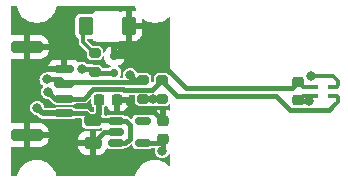
<source format=gbr>
%TF.GenerationSoftware,KiCad,Pcbnew,8.0.3+1*%
%TF.CreationDate,2024-07-23T17:29:58+00:00*%
%TF.ProjectId,TFHT02,54464854-3032-42e6-9b69-6361645f7063,rev?*%
%TF.SameCoordinates,Original*%
%TF.FileFunction,Copper,L2,Bot*%
%TF.FilePolarity,Positive*%
%FSLAX46Y46*%
G04 Gerber Fmt 4.6, Leading zero omitted, Abs format (unit mm)*
G04 Created by KiCad (PCBNEW 8.0.3+1) date 2024-07-23 17:29:58*
%MOMM*%
%LPD*%
G01*
G04 APERTURE LIST*
G04 Aperture macros list*
%AMRoundRect*
0 Rectangle with rounded corners*
0 $1 Rounding radius*
0 $2 $3 $4 $5 $6 $7 $8 $9 X,Y pos of 4 corners*
0 Add a 4 corners polygon primitive as box body*
4,1,4,$2,$3,$4,$5,$6,$7,$8,$9,$2,$3,0*
0 Add four circle primitives for the rounded corners*
1,1,$1+$1,$2,$3*
1,1,$1+$1,$4,$5*
1,1,$1+$1,$6,$7*
1,1,$1+$1,$8,$9*
0 Add four rect primitives between the rounded corners*
20,1,$1+$1,$2,$3,$4,$5,0*
20,1,$1+$1,$4,$5,$6,$7,0*
20,1,$1+$1,$6,$7,$8,$9,0*
20,1,$1+$1,$8,$9,$2,$3,0*%
G04 Aperture macros list end*
%TA.AperFunction,SMDPad,CuDef*%
%ADD10R,0.500000X0.300000*%
%TD*%
%TA.AperFunction,SMDPad,CuDef*%
%ADD11RoundRect,0.166667X0.458333X0.583333X-0.458333X0.583333X-0.458333X-0.583333X0.458333X-0.583333X0*%
%TD*%
%TA.AperFunction,SMDPad,CuDef*%
%ADD12RoundRect,0.166667X-0.458333X-0.583333X0.458333X-0.583333X0.458333X0.583333X-0.458333X0.583333X0*%
%TD*%
%TA.AperFunction,SMDPad,CuDef*%
%ADD13RoundRect,0.225000X-0.225000X-0.250000X0.225000X-0.250000X0.225000X0.250000X-0.225000X0.250000X0*%
%TD*%
%TA.AperFunction,SMDPad,CuDef*%
%ADD14RoundRect,0.150000X-0.200000X0.150000X-0.200000X-0.150000X0.200000X-0.150000X0.200000X0.150000X0*%
%TD*%
%TA.AperFunction,SMDPad,CuDef*%
%ADD15RoundRect,0.150000X0.700000X-0.150000X0.700000X0.150000X-0.700000X0.150000X-0.700000X-0.150000X0*%
%TD*%
%TA.AperFunction,SMDPad,CuDef*%
%ADD16RoundRect,0.250000X1.100000X-0.250000X1.100000X0.250000X-1.100000X0.250000X-1.100000X-0.250000X0*%
%TD*%
%TA.AperFunction,SMDPad,CuDef*%
%ADD17RoundRect,0.225000X0.250000X-0.225000X0.250000X0.225000X-0.250000X0.225000X-0.250000X-0.225000X0*%
%TD*%
%TA.AperFunction,SMDPad,CuDef*%
%ADD18RoundRect,0.250000X-0.475000X0.250000X-0.475000X-0.250000X0.475000X-0.250000X0.475000X0.250000X0*%
%TD*%
%TA.AperFunction,SMDPad,CuDef*%
%ADD19RoundRect,0.150000X-0.512500X-0.150000X0.512500X-0.150000X0.512500X0.150000X-0.512500X0.150000X0*%
%TD*%
%TA.AperFunction,SMDPad,CuDef*%
%ADD20RoundRect,0.200000X0.275000X-0.200000X0.275000X0.200000X-0.275000X0.200000X-0.275000X-0.200000X0*%
%TD*%
%TA.AperFunction,ViaPad*%
%ADD21C,0.800000*%
%TD*%
%TA.AperFunction,Conductor*%
%ADD22C,0.400000*%
%TD*%
%TA.AperFunction,Conductor*%
%ADD23C,0.500000*%
%TD*%
%TA.AperFunction,Conductor*%
%ADD24C,0.300000*%
%TD*%
G04 APERTURE END LIST*
D10*
%TO.P,U2,1,SDA*%
%TO.N,/SDA*%
X27446200Y7900000D03*
%TO.P,U2,2,SCL*%
%TO.N,/SCL*%
X27446200Y7100000D03*
%TO.P,U2,3,VDD*%
%TO.N,+3V3*%
X26046200Y7100000D03*
%TO.P,U2,4,VSS*%
%TO.N,GND*%
X26046200Y7900000D03*
%TD*%
D11*
%TO.P,D2,1,K*%
%TO.N,GND*%
X10300000Y13000000D03*
D12*
%TO.P,D2,2,A*%
%TO.N,Net-(D2-A)*%
X6700000Y13000000D03*
%TD*%
D13*
%TO.P,C4,1*%
%TO.N,+5V*%
X7784800Y6781800D03*
%TO.P,C4,2*%
%TO.N,GND*%
X9334800Y6781800D03*
%TD*%
D14*
%TO.P,D1,1,K*%
%TO.N,+5V*%
X9071000Y9075000D03*
%TO.P,D1,2,A*%
%TO.N,GND*%
X9071000Y10475000D03*
%TD*%
D15*
%TO.P,J1,1*%
%TO.N,+5V*%
X4847200Y5625000D03*
%TO.P,J1,2*%
%TO.N,/SCL*%
X4847200Y6875000D03*
%TO.P,J1,3*%
%TO.N,/SDA*%
X4847200Y8125000D03*
%TO.P,J1,4*%
%TO.N,GND*%
X4847200Y9375000D03*
D16*
%TO.P,J1,MP*%
X1647200Y3775000D03*
X1647200Y11225000D03*
%TD*%
D17*
%TO.P,C5,1*%
%TO.N,+3V3*%
X24658300Y6725000D03*
%TO.P,C5,2*%
%TO.N,GND*%
X24658300Y8275000D03*
%TD*%
%TO.P,C1,1*%
%TO.N,+3V3*%
X13208000Y3416000D03*
%TO.P,C1,2*%
%TO.N,GND*%
X13208000Y4966000D03*
%TD*%
D18*
%TO.P,C3,1*%
%TO.N,+5V*%
X7239000Y5039400D03*
%TO.P,C3,2*%
%TO.N,GND*%
X7239000Y3139400D03*
%TD*%
D19*
%TO.P,U3,1,VIN*%
%TO.N,+5V*%
X9200300Y3114000D03*
%TO.P,U3,2,GND*%
%TO.N,GND*%
X9200300Y4064000D03*
%TO.P,U3,3,EN*%
%TO.N,+5V*%
X9200300Y5014000D03*
%TO.P,U3,4,NC*%
%TO.N,unconnected-(U3-NC-Pad4)*%
X11475300Y5014000D03*
%TO.P,U3,5,VOUT*%
%TO.N,+3V3*%
X11475300Y3114000D03*
%TD*%
D20*
%TO.P,R3,1*%
%TO.N,+3V3*%
X13106400Y6820400D03*
%TO.P,R3,2*%
%TO.N,/SCL*%
X13106400Y8470400D03*
%TD*%
%TO.P,R10,1*%
%TO.N,+3V3*%
X11531600Y6820400D03*
%TO.P,R10,2*%
%TO.N,/SDA*%
X11531600Y8470400D03*
%TD*%
%TO.P,R1,1*%
%TO.N,+5V*%
X7421000Y9106400D03*
%TO.P,R1,2*%
%TO.N,Net-(D2-A)*%
X7421000Y10756400D03*
%TD*%
D21*
%TO.N,GND*%
X4191000Y4318000D03*
X1143000Y12827000D03*
X3937000Y12065000D03*
X2159000Y12827000D03*
X3175000Y12827000D03*
X1049130Y5404678D03*
X1143000Y2286000D03*
X10414000Y6604000D03*
X1539185Y9853267D03*
X3429000Y2286000D03*
X4191000Y3175000D03*
X928000Y8890000D03*
X2286000Y2286000D03*
X5080000Y10668000D03*
X762000Y7620000D03*
X9724700Y11128700D03*
X787894Y6432972D03*
X4064000Y10668000D03*
%TO.N,+3V3*%
X12319000Y6820400D03*
X25527000Y6680200D03*
X13142674Y2427524D03*
%TO.N,+5V*%
X2540000Y6096000D03*
X6350000Y9398000D03*
%TO.N,/SDA*%
X25730200Y8813800D03*
X10414000Y8890000D03*
X3346443Y8494360D03*
%TO.N,/SCL*%
X3441098Y7457644D03*
%TD*%
D22*
%TO.N,GND*%
X9071000Y10475000D02*
X9448500Y10852500D01*
D23*
X10236200Y6781800D02*
X10414000Y6604000D01*
D22*
X11125200Y9728200D02*
X9724700Y11128700D01*
X9200300Y4064000D02*
X8163600Y4064000D01*
X12460000Y5714000D02*
X11304000Y5714000D01*
X8163600Y4064000D02*
X7239000Y3139400D01*
D23*
X9334800Y6781800D02*
X10236200Y6781800D01*
D22*
X9724700Y11128700D02*
X9071000Y10475000D01*
X9071000Y10475000D02*
X10300000Y11704000D01*
X15158870Y7747000D02*
X13177670Y9728200D01*
X11304000Y5714000D02*
X10414000Y6604000D01*
X10300000Y11704000D02*
X10300000Y13000000D01*
D24*
X26046200Y7900000D02*
X25033300Y7900000D01*
D22*
X24130300Y7747000D02*
X15158870Y7747000D01*
X13177670Y9728200D02*
X11125200Y9728200D01*
X24658300Y8275000D02*
X24130300Y7747000D01*
D24*
X25033300Y7900000D02*
X24658300Y8275000D01*
D22*
X13208000Y4966000D02*
X12460000Y5714000D01*
D24*
%TO.N,Net-(D2-A)*%
X6425000Y11633500D02*
X7421000Y10637500D01*
X6425000Y13000000D02*
X6425000Y11633500D01*
D22*
%TO.N,+3V3*%
X12319000Y6820400D02*
X11531600Y6820400D01*
X13208000Y3416000D02*
X13208000Y2492850D01*
X12906000Y3114000D02*
X13208000Y3416000D01*
X13208000Y2492850D02*
X13142674Y2427524D01*
X13106400Y6820400D02*
X12319000Y6820400D01*
X11475300Y3114000D02*
X12906000Y3114000D01*
X25527000Y6680200D02*
X24703100Y6680200D01*
D24*
X25033300Y7100000D02*
X24658300Y6725000D01*
X26046200Y7100000D02*
X25033300Y7100000D01*
D22*
%TO.N,+5V*%
X6653400Y5625000D02*
X7239000Y5039400D01*
X4847200Y5625000D02*
X6653400Y5625000D01*
X7085500Y9398000D02*
X7421000Y9062500D01*
X7421000Y9062500D02*
X9058500Y9062500D01*
D23*
X3011000Y5625000D02*
X4847200Y5625000D01*
D22*
X7239000Y5039400D02*
X9174900Y5039400D01*
D23*
X2540000Y6096000D02*
X3011000Y5625000D01*
D22*
X6350000Y9398000D02*
X7085500Y9398000D01*
X10388600Y4673600D02*
X10388600Y3479800D01*
X10388600Y3479800D02*
X10022800Y3114000D01*
X9200300Y5014000D02*
X10048200Y5014000D01*
D23*
X7784800Y6781800D02*
X7784800Y5585200D01*
D22*
X10022800Y3114000D02*
X9200300Y3114000D01*
D23*
X7784800Y5585200D02*
X7239000Y5039400D01*
D22*
X10048200Y5014000D02*
X10388600Y4673600D01*
D24*
%TO.N,/SDA*%
X27559000Y8813800D02*
X25730200Y8813800D01*
D22*
X4847200Y8125000D02*
X4477840Y8494360D01*
X4979000Y8256800D02*
X11318000Y8256800D01*
D24*
X27996700Y7987868D02*
X27996700Y8376100D01*
X27996700Y8376100D02*
X27559000Y8813800D01*
D22*
X11531600Y8470400D02*
X10833600Y8470400D01*
X11318000Y8256800D02*
X11531600Y8470400D01*
D24*
X27446200Y7900000D02*
X27908832Y7900000D01*
D22*
X4477840Y8494360D02*
X3346443Y8494360D01*
X4847200Y8125000D02*
X4979000Y8256800D01*
X10833600Y8470400D02*
X10414000Y8890000D01*
D24*
X27908832Y7900000D02*
X27996700Y7987868D01*
D22*
%TO.N,/SCL*%
X27287200Y5875000D02*
X23969350Y5875000D01*
D24*
X27996700Y6584500D02*
X27457400Y6045200D01*
D22*
X23969350Y5875000D02*
X22732350Y7112000D01*
D24*
X27446200Y7100000D02*
X27908832Y7100000D01*
D22*
X6512882Y6875000D02*
X7294682Y7656800D01*
X4023742Y6875000D02*
X3441098Y7457644D01*
D24*
X27996700Y7012132D02*
X27996700Y6584500D01*
D22*
X12256400Y7620400D02*
X13106400Y8470400D01*
X27457400Y6045200D02*
X27287200Y5875000D01*
X9861318Y7620400D02*
X12256400Y7620400D01*
D24*
X27908832Y7100000D02*
X27996700Y7012132D01*
D22*
X14365200Y7112000D02*
X13106400Y8370800D01*
X22732350Y7112000D02*
X14365200Y7112000D01*
X4847200Y6875000D02*
X4023742Y6875000D01*
X7294682Y7656800D02*
X9824918Y7656800D01*
X4847200Y6875000D02*
X6512882Y6875000D01*
X9824918Y7656800D02*
X9861318Y7620400D01*
%TD*%
%TA.AperFunction,Conductor*%
%TO.N,GND*%
G36*
X815575Y14677826D02*
G01*
X834728Y14644653D01*
X886290Y14452218D01*
X971591Y14246283D01*
X971594Y14246275D01*
X1083049Y14053230D01*
X1083053Y14053224D01*
X1218747Y13876382D01*
X1376381Y13718748D01*
X1553223Y13583054D01*
X1553229Y13583050D01*
X1562714Y13577574D01*
X1746274Y13471595D01*
X1952219Y13386290D01*
X2167537Y13328596D01*
X2388543Y13299500D01*
X2388545Y13299500D01*
X2611455Y13299500D01*
X2611457Y13299500D01*
X2832463Y13328596D01*
X3047781Y13386290D01*
X3253726Y13471595D01*
X3446774Y13583052D01*
X3598533Y13699500D01*
X3623618Y13718748D01*
X3623619Y13718750D01*
X3623624Y13718753D01*
X3781247Y13876376D01*
X3812727Y13917401D01*
X3912585Y14047540D01*
X3916948Y14053226D01*
X4028405Y14246274D01*
X4113710Y14452219D01*
X4165272Y14644654D01*
X4199751Y14689586D01*
X4236751Y14699500D01*
X10763249Y14699500D01*
X10815575Y14677826D01*
X10834727Y14644654D01*
X10886290Y14452219D01*
X10925912Y14356563D01*
X10925912Y14299926D01*
X10885864Y14259878D01*
X10850849Y14254549D01*
X10812871Y14258000D01*
X10554000Y14258000D01*
X10554000Y13254000D01*
X11433000Y13254000D01*
X11433000Y13525248D01*
X11454674Y13577574D01*
X11507000Y13599248D01*
X11551132Y13584267D01*
X11551218Y13584394D01*
X11551695Y13584076D01*
X11552049Y13583955D01*
X11553226Y13583052D01*
X11746274Y13471595D01*
X11952219Y13386290D01*
X12167537Y13328596D01*
X12388543Y13299500D01*
X12388545Y13299500D01*
X12611455Y13299500D01*
X12611457Y13299500D01*
X12832463Y13328596D01*
X13047781Y13386290D01*
X13253726Y13471595D01*
X13446774Y13583052D01*
X13598533Y13699500D01*
X13623618Y13718748D01*
X13623619Y13718750D01*
X13623624Y13718753D01*
X13707575Y13802705D01*
X13759900Y13824378D01*
X13812226Y13802704D01*
X13833900Y13750378D01*
X13833900Y13750360D01*
X13832756Y8964070D01*
X13811069Y8911750D01*
X13758738Y8890088D01*
X13706430Y8911762D01*
X13619743Y8998449D01*
X13619742Y8998450D01*
X13506704Y9056046D01*
X13506702Y9056047D01*
X13506701Y9056047D01*
X13412919Y9070900D01*
X12799880Y9070900D01*
X12706095Y9056047D01*
X12706093Y9056046D01*
X12593057Y8998450D01*
X12503351Y8908744D01*
X12445753Y8795702D01*
X12430900Y8701920D01*
X12430900Y8391946D01*
X12409226Y8339620D01*
X12333425Y8263820D01*
X12281099Y8242146D01*
X12228773Y8263820D01*
X12207099Y8316144D01*
X12207099Y8701918D01*
X12206067Y8708433D01*
X12192246Y8795705D01*
X12192245Y8795707D01*
X12152532Y8873647D01*
X12134650Y8908742D01*
X12044942Y8998450D01*
X11931904Y9056046D01*
X11931902Y9056047D01*
X11931901Y9056047D01*
X11838119Y9070900D01*
X11225080Y9070900D01*
X11131295Y9056047D01*
X11090243Y9035129D01*
X11033780Y9030686D01*
X10990713Y9067469D01*
X10988281Y9072746D01*
X10938536Y9192841D01*
X10842284Y9318280D01*
X10842279Y9318285D01*
X10716841Y9414536D01*
X10570761Y9475045D01*
X10414000Y9495682D01*
X10257239Y9475045D01*
X10257238Y9475045D01*
X10111158Y9414536D01*
X9985720Y9318285D01*
X9985715Y9318280D01*
X9889464Y9192842D01*
X9828955Y9046762D01*
X9828955Y9046761D01*
X9808318Y8890000D01*
X9827939Y8740959D01*
X9813280Y8686251D01*
X9764231Y8657933D01*
X9754572Y8657300D01*
X9648816Y8657300D01*
X9596490Y8678974D01*
X9574816Y8731300D01*
X9582334Y8763798D01*
X9611573Y8823607D01*
X9621500Y8891740D01*
X9621500Y9258260D01*
X9611573Y9326393D01*
X9560198Y9431483D01*
X9477483Y9514198D01*
X9411423Y9546493D01*
X9373935Y9588945D01*
X9377444Y9645474D01*
X9419897Y9682963D01*
X9423280Y9684035D01*
X9534401Y9716319D01*
X9677498Y9800946D01*
X9795054Y9918502D01*
X9879681Y10061599D01*
X9925993Y10221000D01*
X8891000Y10221000D01*
X8838674Y10242674D01*
X8817000Y10295000D01*
X8817000Y10729000D01*
X9325000Y10729000D01*
X9925992Y10729000D01*
X9879681Y10888402D01*
X9795054Y11031499D01*
X9677498Y11149055D01*
X9534401Y11233682D01*
X9374754Y11280065D01*
X9337456Y11283000D01*
X9325000Y11283000D01*
X9325000Y10729000D01*
X8817000Y10729000D01*
X8817000Y11283000D01*
X8804546Y11283000D01*
X8804542Y11282999D01*
X8767246Y11280065D01*
X8607598Y11233682D01*
X8464501Y11149055D01*
X8346945Y11031499D01*
X8262317Y10888400D01*
X8262316Y10888398D01*
X8241560Y10816957D01*
X8206148Y10772756D01*
X8149853Y10766542D01*
X8105652Y10801954D01*
X8096499Y10837603D01*
X8096499Y10987920D01*
X8081646Y11081705D01*
X8081645Y11081707D01*
X8024049Y11194743D01*
X7934343Y11284449D01*
X7934342Y11284450D01*
X7821304Y11342046D01*
X7821302Y11342047D01*
X7821301Y11342047D01*
X7727520Y11356900D01*
X7727519Y11356900D01*
X7227934Y11356900D01*
X7175608Y11378574D01*
X6797174Y11757008D01*
X6775500Y11809334D01*
X6775500Y11875500D01*
X6797174Y11927826D01*
X6849500Y11949500D01*
X7175809Y11949500D01*
X7228135Y11927826D01*
X7233663Y11921640D01*
X7272695Y11872695D01*
X7378493Y11788325D01*
X7500412Y11729611D01*
X7632340Y11699500D01*
X7632343Y11699500D01*
X9367657Y11699500D01*
X9367660Y11699500D01*
X9499588Y11729611D01*
X9582980Y11769772D01*
X9637102Y11773749D01*
X9719160Y11748178D01*
X9719167Y11748177D01*
X9787130Y11742001D01*
X9787140Y11742000D01*
X10046000Y11742000D01*
X10554000Y11742000D01*
X10812860Y11742000D01*
X10812869Y11742001D01*
X10880832Y11748177D01*
X10880842Y11748179D01*
X11037253Y11796918D01*
X11177469Y11881681D01*
X11293319Y11997531D01*
X11378082Y12137747D01*
X11426821Y12294158D01*
X11426823Y12294168D01*
X11432999Y12362131D01*
X11433000Y12362140D01*
X11433000Y12746000D01*
X10554000Y12746000D01*
X10554000Y11742000D01*
X10046000Y11742000D01*
X10046000Y14258000D01*
X9787130Y14258000D01*
X9719167Y14251824D01*
X9719166Y14251824D01*
X9637102Y14226252D01*
X9582980Y14230230D01*
X9499590Y14270388D01*
X9499586Y14270390D01*
X9441204Y14283715D01*
X9367660Y14300500D01*
X9339562Y14300500D01*
X7747595Y14300500D01*
X7700000Y14300500D01*
X7632340Y14300500D01*
X7570320Y14286345D01*
X7500413Y14270390D01*
X7500406Y14270387D01*
X7378493Y14211676D01*
X7272695Y14127306D01*
X7233665Y14078362D01*
X7184095Y14050965D01*
X7175809Y14050500D01*
X6185390Y14050500D01*
X6153834Y14047541D01*
X6153832Y14047541D01*
X6153828Y14047540D01*
X6020910Y14001030D01*
X5907599Y13917402D01*
X5907598Y13917401D01*
X5823970Y13804090D01*
X5777460Y13671172D01*
X5777459Y13671168D01*
X5777459Y13671166D01*
X5774500Y13639610D01*
X5774500Y12360390D01*
X5777459Y12328834D01*
X5777459Y12328832D01*
X5777460Y12328829D01*
X5823970Y12195911D01*
X5907598Y12082600D01*
X5907599Y12082599D01*
X6020909Y11998972D01*
X6024939Y11997562D01*
X6067171Y11959823D01*
X6074500Y11927714D01*
X6074500Y11587354D01*
X6098384Y11498216D01*
X6098386Y11498211D01*
X6144530Y11418288D01*
X6723826Y10838992D01*
X6745500Y10786666D01*
X6745500Y10524881D01*
X6760353Y10431096D01*
X6760354Y10431094D01*
X6788239Y10376368D01*
X6817950Y10318058D01*
X6907658Y10228350D01*
X7020696Y10170754D01*
X7114481Y10155900D01*
X7727518Y10155901D01*
X7727519Y10155901D01*
X7821304Y10170754D01*
X7821306Y10170755D01*
X7823419Y10171832D01*
X7934342Y10228350D01*
X8024050Y10318058D01*
X8073068Y10414263D01*
X8116132Y10451042D01*
X8172595Y10446599D01*
X8209378Y10403532D01*
X8213000Y10380665D01*
X8213000Y10258546D01*
X8213001Y10258544D01*
X8215935Y10221248D01*
X8262318Y10061599D01*
X8346945Y9918502D01*
X8464501Y9800946D01*
X8607597Y9716319D01*
X8718719Y9684035D01*
X8762920Y9648623D01*
X8769135Y9592327D01*
X8733723Y9548126D01*
X8730574Y9546492D01*
X8664516Y9514198D01*
X8634993Y9484674D01*
X8582667Y9463000D01*
X8111047Y9463000D01*
X8058721Y9484674D01*
X8045113Y9503404D01*
X8024049Y9544743D01*
X7934343Y9634449D01*
X7934342Y9634450D01*
X7821304Y9692046D01*
X7821302Y9692047D01*
X7821301Y9692047D01*
X7727520Y9706900D01*
X7727519Y9706900D01*
X7371299Y9706900D01*
X7334299Y9716814D01*
X7240092Y9771205D01*
X7240088Y9771207D01*
X7138227Y9798500D01*
X7138226Y9798500D01*
X6836092Y9798500D01*
X6783766Y9820174D01*
X6779321Y9825242D01*
X6778277Y9826287D01*
X6652841Y9922536D01*
X6506761Y9983045D01*
X6350000Y10003682D01*
X6193238Y9983045D01*
X6116215Y9951141D01*
X6059578Y9951141D01*
X6035571Y9967182D01*
X5953698Y10049055D01*
X5810601Y10133682D01*
X5650954Y10180065D01*
X5613656Y10183000D01*
X5101200Y10183000D01*
X5101200Y9195000D01*
X5079526Y9142674D01*
X5027200Y9121000D01*
X3492206Y9121000D01*
X3490737Y9119043D01*
X3441987Y9090213D01*
X3421902Y9090108D01*
X3346443Y9100042D01*
X3189682Y9079405D01*
X3189681Y9079405D01*
X3043601Y9018896D01*
X2918163Y8922645D01*
X2918158Y8922640D01*
X2821907Y8797202D01*
X2761398Y8651122D01*
X2761398Y8651121D01*
X2740761Y8494360D01*
X2761398Y8337600D01*
X2761398Y8337599D01*
X2821907Y8191519D01*
X2918158Y8066081D01*
X2918163Y8066076D01*
X3006709Y7998132D01*
X3035028Y7949083D01*
X3020369Y7894376D01*
X3013993Y7887104D01*
X3012815Y7885927D01*
X2916562Y7760486D01*
X2856053Y7614406D01*
X2856053Y7614405D01*
X2835416Y7457644D01*
X2856053Y7300884D01*
X2856053Y7300883D01*
X2916562Y7154803D01*
X3012813Y7029365D01*
X3012818Y7029360D01*
X3032672Y7014126D01*
X3138257Y6933108D01*
X3284336Y6872600D01*
X3441098Y6851962D01*
X3441098Y6851963D01*
X3441099Y6851962D01*
X3445949Y6851962D01*
X3445949Y6850074D01*
X3494332Y6837119D01*
X3501620Y6830729D01*
X3777829Y6554520D01*
X3869154Y6501793D01*
X3869155Y6501793D01*
X3873355Y6499368D01*
X3872759Y6498337D01*
X3889073Y6487446D01*
X3940717Y6435802D01*
X4045807Y6384427D01*
X4113940Y6374500D01*
X4113946Y6374500D01*
X5580454Y6374500D01*
X5580460Y6374500D01*
X5648593Y6384427D01*
X5753683Y6435802D01*
X5770707Y6452826D01*
X5823033Y6474500D01*
X6565608Y6474500D01*
X6565609Y6474500D01*
X6667470Y6501793D01*
X6758795Y6554520D01*
X7007975Y6803701D01*
X7060300Y6825374D01*
X7112626Y6803700D01*
X7134300Y6751374D01*
X7134300Y6498312D01*
X7150080Y6398675D01*
X7150081Y6398674D01*
X7211271Y6278581D01*
X7310698Y6179154D01*
X7308748Y6177205D01*
X7333386Y6137023D01*
X7334300Y6125428D01*
X7334300Y5813900D01*
X7312626Y5761574D01*
X7260300Y5739900D01*
X7135545Y5739900D01*
X7083219Y5761574D01*
X7030893Y5813900D01*
X6899313Y5945480D01*
X6899310Y5945482D01*
X6899309Y5945483D01*
X6807992Y5998205D01*
X6807988Y5998207D01*
X6706127Y6025500D01*
X6706126Y6025500D01*
X5823033Y6025500D01*
X5770707Y6047174D01*
X5753682Y6064199D01*
X5648594Y6115573D01*
X5580464Y6125500D01*
X5580460Y6125500D01*
X4113940Y6125500D01*
X4113935Y6125500D01*
X4045806Y6115573D01*
X4045805Y6115573D01*
X3979216Y6083019D01*
X3946716Y6075500D01*
X3228256Y6075500D01*
X3175930Y6097174D01*
X3158680Y6114424D01*
X3137639Y6157091D01*
X3134734Y6179154D01*
X3125044Y6252762D01*
X3064536Y6398841D01*
X3006481Y6474500D01*
X2968284Y6524280D01*
X2968279Y6524285D01*
X2842841Y6620536D01*
X2696761Y6681045D01*
X2540000Y6701682D01*
X2383239Y6681045D01*
X2383238Y6681045D01*
X2237158Y6620536D01*
X2111720Y6524285D01*
X2111715Y6524280D01*
X2015464Y6398842D01*
X1954955Y6252762D01*
X1954955Y6252761D01*
X1934318Y6096000D01*
X1954955Y5939240D01*
X1954955Y5939239D01*
X2015464Y5793159D01*
X2111715Y5667721D01*
X2111720Y5667716D01*
X2136466Y5648728D01*
X2237159Y5571464D01*
X2383238Y5510956D01*
X2478909Y5498361D01*
X2521576Y5477320D01*
X2734386Y5264510D01*
X2837114Y5205201D01*
X2837113Y5205201D01*
X2903263Y5187477D01*
X2951688Y5174501D01*
X2951689Y5174500D01*
X2951691Y5174500D01*
X3946716Y5174500D01*
X3979216Y5166981D01*
X4045807Y5134427D01*
X4113940Y5124500D01*
X4113946Y5124500D01*
X5580454Y5124500D01*
X5580460Y5124500D01*
X5648593Y5134427D01*
X5753683Y5185802D01*
X5770707Y5202826D01*
X5823033Y5224500D01*
X6239500Y5224500D01*
X6291826Y5202826D01*
X6313500Y5150500D01*
X6313500Y4735134D01*
X6316354Y4704701D01*
X6316354Y4704699D01*
X6316355Y4704696D01*
X6361206Y4576519D01*
X6361207Y4576517D01*
X6441846Y4467254D01*
X6441853Y4467247D01*
X6551116Y4386608D01*
X6551118Y4386607D01*
X6679295Y4341756D01*
X6679301Y4341754D01*
X6709734Y4338900D01*
X6709741Y4338900D01*
X7768258Y4338900D01*
X7768266Y4338900D01*
X7798699Y4341754D01*
X7846485Y4358476D01*
X7932116Y4388438D01*
X7932984Y4385955D01*
X7980443Y4390424D01*
X8024070Y4354307D01*
X8032431Y4313899D01*
X8029800Y4280459D01*
X8029800Y4185765D01*
X8008126Y4133439D01*
X7955800Y4111765D01*
X7932524Y4115521D01*
X7868326Y4136794D01*
X7764504Y4147400D01*
X7493000Y4147400D01*
X7493000Y2131400D01*
X7764503Y2131400D01*
X7764504Y2131401D01*
X7868325Y2142007D01*
X8036524Y2197743D01*
X8187338Y2290766D01*
X8187342Y2290768D01*
X8312632Y2416058D01*
X8312634Y2416062D01*
X8405656Y2566873D01*
X8405659Y2566881D01*
X8420338Y2611179D01*
X8457370Y2654032D01*
X8513857Y2658148D01*
X8523070Y2654391D01*
X8586407Y2623427D01*
X8654540Y2613500D01*
X8654546Y2613500D01*
X9746054Y2613500D01*
X9746060Y2613500D01*
X9814193Y2623427D01*
X9919283Y2674802D01*
X9936307Y2691826D01*
X9988633Y2713500D01*
X10075526Y2713500D01*
X10075527Y2713500D01*
X10177388Y2740793D01*
X10268713Y2793520D01*
X10485975Y3010783D01*
X10538300Y3032456D01*
X10590626Y3010782D01*
X10612300Y2958456D01*
X10612300Y2930736D01*
X10622227Y2862607D01*
X10622227Y2862606D01*
X10673601Y2757518D01*
X10673602Y2757517D01*
X10756317Y2674802D01*
X10861407Y2623427D01*
X10929540Y2613500D01*
X10929546Y2613500D01*
X12021054Y2613500D01*
X12021060Y2613500D01*
X12089193Y2623427D01*
X12194283Y2674802D01*
X12211307Y2691826D01*
X12263633Y2713500D01*
X12500404Y2713500D01*
X12552730Y2691826D01*
X12574404Y2639500D01*
X12568771Y2611185D01*
X12559667Y2589206D01*
X12557629Y2584284D01*
X12536992Y2427524D01*
X12557629Y2270764D01*
X12557629Y2270763D01*
X12618138Y2124683D01*
X12714389Y1999245D01*
X12714394Y1999240D01*
X12798019Y1935073D01*
X12839833Y1902988D01*
X12985912Y1842480D01*
X13142674Y1821842D01*
X13299436Y1842480D01*
X13445515Y1902988D01*
X13570956Y1999242D01*
X13667210Y2124683D01*
X13688759Y2176708D01*
X13728805Y2216755D01*
X13785442Y2216756D01*
X13825492Y2176708D01*
X13831125Y2148370D01*
X13830912Y1252593D01*
X13809225Y1200273D01*
X13756894Y1178611D01*
X13704586Y1200285D01*
X13623618Y1281253D01*
X13446776Y1416947D01*
X13446770Y1416951D01*
X13253725Y1528406D01*
X13253717Y1528409D01*
X13047782Y1613710D01*
X12832461Y1671405D01*
X12669647Y1692840D01*
X12611457Y1700500D01*
X12388543Y1700500D01*
X12337122Y1693731D01*
X12167538Y1671405D01*
X11952217Y1613710D01*
X11746282Y1528409D01*
X11746274Y1528406D01*
X11553229Y1416951D01*
X11553223Y1416947D01*
X11376381Y1281253D01*
X11218747Y1123619D01*
X11083053Y946777D01*
X11083049Y946771D01*
X10971594Y753726D01*
X10971591Y753718D01*
X10886290Y547783D01*
X10834728Y355347D01*
X10800249Y310414D01*
X10763249Y300500D01*
X4236751Y300500D01*
X4184425Y322174D01*
X4165272Y355347D01*
X4113709Y547783D01*
X4028408Y753718D01*
X4028405Y753726D01*
X3916950Y946771D01*
X3916946Y946777D01*
X3781252Y1123619D01*
X3623618Y1281253D01*
X3446776Y1416947D01*
X3446770Y1416951D01*
X3253725Y1528406D01*
X3253717Y1528409D01*
X3047782Y1613710D01*
X2832461Y1671405D01*
X2669647Y1692840D01*
X2611457Y1700500D01*
X2388543Y1700500D01*
X2337122Y1693731D01*
X2167538Y1671405D01*
X1952217Y1613710D01*
X1746282Y1528409D01*
X1746274Y1528406D01*
X1553229Y1416951D01*
X1553223Y1416947D01*
X1376381Y1281253D01*
X1218747Y1123619D01*
X1083053Y946777D01*
X1083049Y946771D01*
X971594Y753726D01*
X971591Y753718D01*
X886290Y547783D01*
X834728Y355347D01*
X800249Y310414D01*
X763249Y300500D01*
X374500Y300500D01*
X322174Y322174D01*
X300500Y374500D01*
X300500Y2705863D01*
X322174Y2758189D01*
X374500Y2779863D01*
X389986Y2778224D01*
X392867Y2777608D01*
X496695Y2767001D01*
X496697Y2767000D01*
X1393200Y2767000D01*
X1901200Y2767000D01*
X2797703Y2767000D01*
X2797704Y2767001D01*
X2901525Y2777607D01*
X3069724Y2833343D01*
X3078727Y2838896D01*
X6006000Y2838896D01*
X6016606Y2735075D01*
X6072342Y2566876D01*
X6165365Y2416062D01*
X6165368Y2416058D01*
X6290658Y2290768D01*
X6290661Y2290766D01*
X6441475Y2197743D01*
X6609674Y2142007D01*
X6713495Y2131401D01*
X6713497Y2131400D01*
X6985000Y2131400D01*
X6985000Y2885400D01*
X6006000Y2885400D01*
X6006000Y2838896D01*
X3078727Y2838896D01*
X3220538Y2926366D01*
X3220542Y2926368D01*
X3345832Y3051658D01*
X3345834Y3051662D01*
X3438857Y3202476D01*
X3494593Y3370675D01*
X3501665Y3439905D01*
X6006000Y3439905D01*
X6006000Y3393400D01*
X6985000Y3393400D01*
X6985000Y4147400D01*
X6713495Y4147400D01*
X6609674Y4136794D01*
X6441475Y4081058D01*
X6290661Y3988035D01*
X6165365Y3862739D01*
X6072342Y3711925D01*
X6016606Y3543726D01*
X6006000Y3439905D01*
X3501665Y3439905D01*
X3505199Y3474496D01*
X3505200Y3474498D01*
X3505200Y3521000D01*
X1901200Y3521000D01*
X1901200Y2767000D01*
X1393200Y2767000D01*
X1393200Y4029000D01*
X1901200Y4029000D01*
X3505200Y4029000D01*
X3505200Y4075503D01*
X3505199Y4075505D01*
X3494593Y4179326D01*
X3438857Y4347525D01*
X3345834Y4498339D01*
X3345832Y4498342D01*
X3220542Y4623632D01*
X3220538Y4623635D01*
X3069724Y4716658D01*
X2901525Y4772394D01*
X2797704Y4783000D01*
X1901200Y4783000D01*
X1901200Y4029000D01*
X1393200Y4029000D01*
X1393200Y4783000D01*
X496695Y4783000D01*
X392867Y4772393D01*
X389986Y4771776D01*
X388859Y4771984D01*
X388857Y4771983D01*
X388856Y4771984D01*
X334283Y4782019D01*
X302139Y4828651D01*
X300500Y4844137D01*
X300500Y9629000D01*
X3492207Y9629000D01*
X4593200Y9629000D01*
X4593200Y10183000D01*
X4080745Y10183000D01*
X4080743Y10182999D01*
X4043447Y10180065D01*
X3883798Y10133682D01*
X3740701Y10049055D01*
X3623145Y9931499D01*
X3538518Y9788402D01*
X3492207Y9629000D01*
X300500Y9629000D01*
X300500Y10155863D01*
X322174Y10208189D01*
X374500Y10229863D01*
X389986Y10228224D01*
X392867Y10227608D01*
X496695Y10217001D01*
X496697Y10217000D01*
X1393200Y10217000D01*
X1901200Y10217000D01*
X2797703Y10217000D01*
X2797704Y10217001D01*
X2901525Y10227607D01*
X3069724Y10283343D01*
X3220538Y10376366D01*
X3220542Y10376368D01*
X3345832Y10501658D01*
X3345834Y10501662D01*
X3438857Y10652476D01*
X3494593Y10820675D01*
X3505199Y10924496D01*
X3505200Y10924498D01*
X3505200Y10971000D01*
X1901200Y10971000D01*
X1901200Y10217000D01*
X1393200Y10217000D01*
X1393200Y11479000D01*
X1901200Y11479000D01*
X3505200Y11479000D01*
X3505200Y11525503D01*
X3505199Y11525505D01*
X3494593Y11629326D01*
X3438857Y11797525D01*
X3345834Y11948339D01*
X3345832Y11948342D01*
X3220542Y12073632D01*
X3220538Y12073635D01*
X3069724Y12166658D01*
X2901525Y12222394D01*
X2797704Y12233000D01*
X1901200Y12233000D01*
X1901200Y11479000D01*
X1393200Y11479000D01*
X1393200Y12233000D01*
X496695Y12233000D01*
X392867Y12222393D01*
X389986Y12221776D01*
X388859Y12221984D01*
X388857Y12221983D01*
X388856Y12221984D01*
X334283Y12232019D01*
X302139Y12278651D01*
X300500Y12294137D01*
X300500Y14625500D01*
X322174Y14677826D01*
X374500Y14699500D01*
X763249Y14699500D01*
X815575Y14677826D01*
G37*
%TD.AperFunction*%
%TA.AperFunction,Conductor*%
G36*
X10848389Y7198226D02*
G01*
X10870063Y7145900D01*
X10869152Y7134331D01*
X10857265Y7059273D01*
X10856100Y7051919D01*
X10856100Y6588881D01*
X10870953Y6495096D01*
X10870954Y6495094D01*
X10920083Y6398675D01*
X10928550Y6382058D01*
X11018258Y6292350D01*
X11131296Y6234754D01*
X11225081Y6219900D01*
X11838118Y6219901D01*
X11838119Y6219901D01*
X11869380Y6224852D01*
X11931904Y6234754D01*
X12005443Y6272226D01*
X12061904Y6276670D01*
X12067348Y6274662D01*
X12162238Y6235356D01*
X12319000Y6214718D01*
X12475762Y6235356D01*
X12570643Y6274658D01*
X12627279Y6274658D01*
X12632550Y6272229D01*
X12706096Y6234754D01*
X12799881Y6219900D01*
X13412918Y6219901D01*
X13412919Y6219901D01*
X13506704Y6234754D01*
X13506706Y6234755D01*
X13520030Y6241544D01*
X13619742Y6292350D01*
X13705800Y6378409D01*
X13758125Y6400082D01*
X13810451Y6378408D01*
X13832125Y6326082D01*
X13832125Y6326064D01*
X13832033Y5941714D01*
X13810346Y5889394D01*
X13758015Y5867732D01*
X13734757Y5871488D01*
X13607237Y5913744D01*
X13506840Y5924000D01*
X13462000Y5924000D01*
X13462000Y4786000D01*
X13440326Y4733674D01*
X13388000Y4712000D01*
X13028000Y4712000D01*
X12975674Y4733674D01*
X12954000Y4786000D01*
X12954000Y5924000D01*
X12909159Y5924000D01*
X12808763Y5913744D01*
X12646112Y5859846D01*
X12500272Y5769891D01*
X12379109Y5648728D01*
X12289152Y5502886D01*
X12288400Y5500614D01*
X12287734Y5499844D01*
X12287332Y5498981D01*
X12287087Y5499096D01*
X12251364Y5457765D01*
X12194876Y5453654D01*
X12185658Y5457415D01*
X12089194Y5504573D01*
X12021064Y5514500D01*
X12021060Y5514500D01*
X10929540Y5514500D01*
X10929535Y5514500D01*
X10861406Y5504573D01*
X10861405Y5504573D01*
X10756317Y5453199D01*
X10673601Y5370483D01*
X10622227Y5265395D01*
X10622227Y5265394D01*
X10612300Y5197265D01*
X10612300Y5194945D01*
X10590626Y5142619D01*
X10538300Y5120945D01*
X10485974Y5142619D01*
X10404093Y5224500D01*
X10294113Y5334480D01*
X10294110Y5334482D01*
X10294109Y5334483D01*
X10202792Y5387205D01*
X10202788Y5387207D01*
X10100927Y5414500D01*
X10100926Y5414500D01*
X9988633Y5414500D01*
X9936307Y5436174D01*
X9919282Y5453199D01*
X9814194Y5504573D01*
X9746064Y5514500D01*
X9746060Y5514500D01*
X8654540Y5514500D01*
X8654535Y5514500D01*
X8586406Y5504573D01*
X8586405Y5504573D01*
X8475808Y5450505D01*
X8475304Y5451536D01*
X8438986Y5439900D01*
X8308360Y5439900D01*
X8256034Y5461574D01*
X8234360Y5513900D01*
X8234993Y5523558D01*
X8235300Y5525891D01*
X8235300Y6125428D01*
X8256974Y6177754D01*
X8260592Y6180844D01*
X8321291Y6241543D01*
X8373616Y6263218D01*
X8425942Y6241544D01*
X8438573Y6223507D01*
X8438692Y6223580D01*
X8439948Y6221543D01*
X8440683Y6220494D01*
X8440954Y6219913D01*
X8530909Y6074073D01*
X8530912Y6074069D01*
X8652069Y5952912D01*
X8652072Y5952910D01*
X8797912Y5862955D01*
X8960563Y5809057D01*
X9060959Y5798801D01*
X9060961Y5798800D01*
X9080800Y5798800D01*
X9588800Y5798800D01*
X9608639Y5798800D01*
X9608640Y5798801D01*
X9709036Y5809057D01*
X9871687Y5862955D01*
X10017527Y5952910D01*
X10017531Y5952912D01*
X10138688Y6074069D01*
X10138690Y6074073D01*
X10228645Y6219913D01*
X10282543Y6382564D01*
X10292799Y6482960D01*
X10292800Y6482962D01*
X10292800Y6527800D01*
X9588800Y6527800D01*
X9588800Y5798800D01*
X9080800Y5798800D01*
X9080800Y6961800D01*
X9102474Y7014126D01*
X9154800Y7035800D01*
X10292800Y7035800D01*
X10292800Y7080639D01*
X10292799Y7080641D01*
X10286901Y7138379D01*
X10303145Y7192637D01*
X10352997Y7219517D01*
X10360518Y7219900D01*
X10796063Y7219900D01*
X10848389Y7198226D01*
G37*
%TD.AperFunction*%
%TD*%
M02*

</source>
